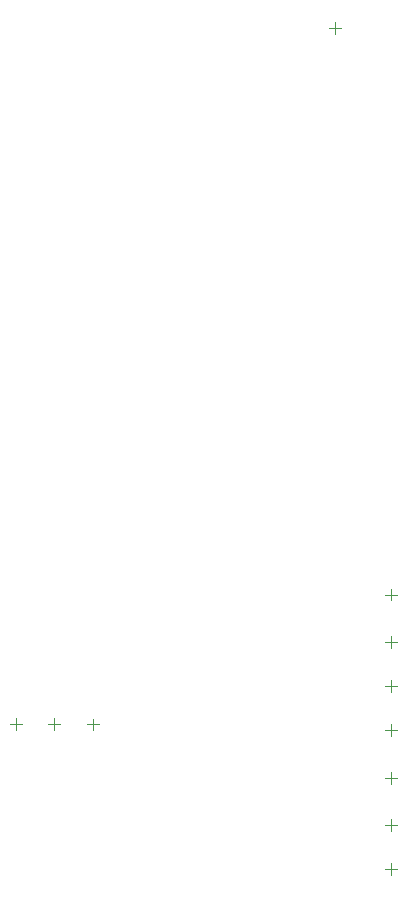
<source format=gbr>
G04*
G04 #@! TF.GenerationSoftware,Altium Limited,Altium Designer,24.1.2 (44)*
G04*
G04 Layer_Color=0*
%FSLAX25Y25*%
%MOIN*%
G70*
G04*
G04 #@! TF.SameCoordinates,A85318EA-E4D8-42E9-B0A6-CF3BD3DAF5E5*
G04*
G04*
G04 #@! TF.FilePolarity,Positive*
G04*
G01*
G75*
%ADD16C,0.00394*%
%ADD57C,0.00197*%
D16*
X1078740Y441929D02*
X1082677D01*
X1080709Y439961D02*
Y443898D01*
X1078740Y365158D02*
X1082677D01*
X1080709Y363189D02*
Y367126D01*
X1078740Y396654D02*
X1082677D01*
X1080709Y394685D02*
Y398622D01*
X1078740Y350394D02*
X1082677D01*
X1080709Y348425D02*
Y352362D01*
X1078740Y380906D02*
X1082677D01*
X1080709Y378937D02*
Y382874D01*
X1078740Y411417D02*
X1082677D01*
X1080709Y409449D02*
Y413386D01*
X1078740Y426181D02*
X1082677D01*
X1080709Y424213D02*
Y428150D01*
D57*
X1062008Y628937D02*
Y632874D01*
X1060039Y630905D02*
X1063976D01*
X979331Y398622D02*
X983268D01*
X981299Y396654D02*
Y400591D01*
X966491Y398657D02*
X970428D01*
X968460Y396688D02*
Y400625D01*
X953696Y398657D02*
X957633D01*
X955664Y396688D02*
Y400625D01*
M02*

</source>
